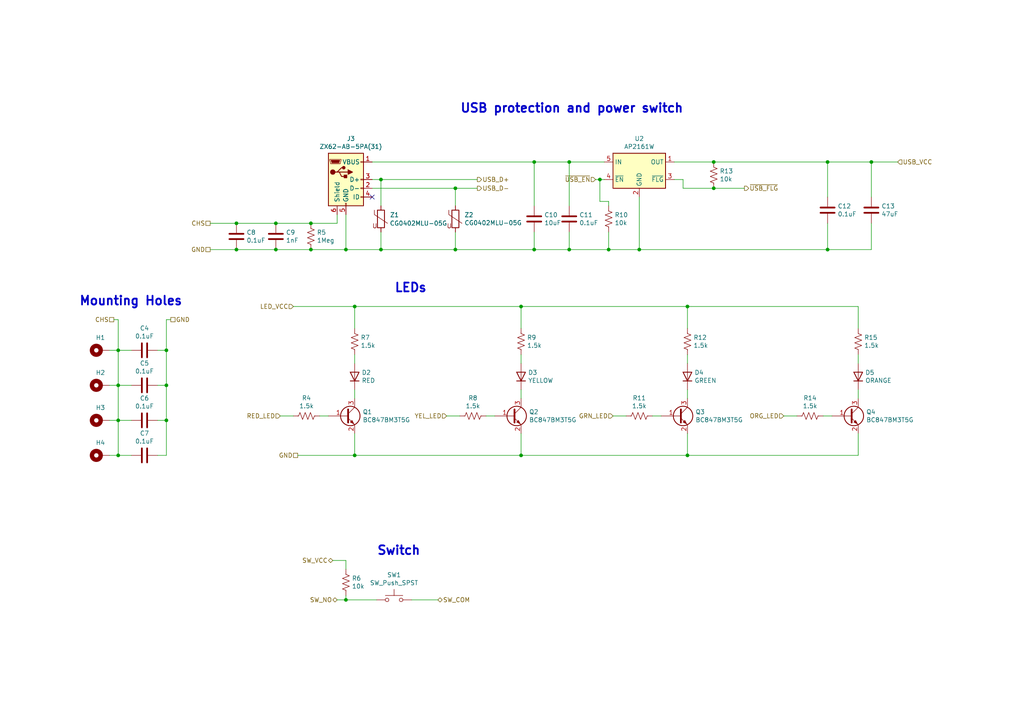
<source format=kicad_sch>
(kicad_sch (version 20211123) (generator eeschema)
  (paper "A4")
  (lib_symbols
    (symbol "Connector:USB_B_Micro" (pin_names (offset 1.016))
      (property "Reference" "J" (at -5.08 11.43 0))
      (property "Value" "USB_B_Micro" (at -5.08 8.89 0))
      (symbol "USB_B_Micro_0_1"
        (rectangle (start -5.08 -7.62) (end 5.08 7.62) (stroke (width 0.254)) (fill (type background)))
        (circle (center -3.81 2.159) (radius 0.635) (stroke (width 0.254)) (fill (type outline)))
        (circle (center -0.635 3.429) (radius 0.381) (stroke (width 0.254)) (fill (type outline)))
        (rectangle (start -0.127 -7.62) (end 0.127 -6.858))
        (polyline (pts (xy -1.905 2.159) (xy 0.635 2.159)) (stroke (width 0.254)))
        (polyline (pts (xy -3.175 2.159) (xy -2.54 2.159) (xy -1.27 3.429) (xy -0.635 3.429)) (stroke (width 0.254)))
        (polyline (pts (xy -2.54 2.159) (xy -1.905 2.159) (xy -1.27 0.889) (xy 0 0.889)) (stroke (width 0.254)))
        (polyline (pts (xy 0.635 2.794) (xy 0.635 1.524) (xy 1.905 2.159) (xy 0.635 2.794)) (stroke (width 0.254)) (fill (type outline)))
        (polyline (pts (xy -4.318 5.588) (xy -1.778 5.588) (xy -2.032 4.826) (xy -4.064 4.826) (xy -4.318 5.588)) (fill (type outline)))
        (polyline (pts (xy -4.699 5.842) (xy -4.699 5.588) (xy -4.445 4.826) (xy -4.445 4.572) (xy -1.651 4.572) (xy -1.651 4.826) (xy -1.397 5.588) (xy -1.397 5.842) (xy -4.699 5.842)))
        (rectangle (start 0.254 1.27) (end -0.508 0.508) (stroke (width 0.254)) (fill (type outline)))
        (rectangle (start 5.08 -5.207) (end 4.318 -4.953))
        (rectangle (start 5.08 -2.667) (end 4.318 -2.413))
        (rectangle (start 5.08 -0.127) (end 4.318 0.127))
        (rectangle (start 5.08 4.953) (end 4.318 5.207))
      )
      (symbol "USB_B_Micro_1_1"
        (pin power_out line (at 7.62 5.08 180) (length 2.54) (name "VBUS") (number "1"))
        (pin bidirectional line (at 7.62 -2.54 180) (length 2.54) (name "D-") (number "2"))
        (pin bidirectional line (at 7.62 0 180) (length 2.54) (name "D+") (number "3"))
        (pin passive line (at 7.62 -5.08 180) (length 2.54) (name "ID") (number "4"))
        (pin power_out line (at 0 -10.16 90) (length 2.54) (name "GND") (number "5"))
        (pin passive line (at -2.54 -10.16 90) (length 2.54) (name "Shield") (number "6"))
      )
    )
    (symbol "Device:C" (pin_numbers hide) (pin_names (offset 0.254))
      (property "Reference" "C" (at 0.635 2.54 0))
      (property "Value" "C" (at 0.635 -2.54 0))
      (symbol "C_0_1"
        (polyline (pts (xy -2.032 -0.762) (xy 2.032 -0.762)) (stroke (width 0.508)))
        (polyline (pts (xy -2.032 0.762) (xy 2.032 0.762)) (stroke (width 0.508)))
      )
      (symbol "C_1_1"
        (pin passive line (at 0 3.81 270) (length 2.794) (name "~") (number "1"))
        (pin passive line (at 0 -3.81 90) (length 2.794) (name "~") (number "2"))
      )
    )
    (symbol "Device:D" (pin_numbers hide) (pin_names (offset 1.016) hide)
      (property "Reference" "D" (at 0 2.54 0))
      (property "Value" "D" (at 0 -2.54 0))
      (symbol "D_0_1"
        (polyline (pts (xy -1.27 1.27) (xy -1.27 -1.27)) (stroke (width 0.254)))
        (polyline (pts (xy 1.27 0) (xy -1.27 0)))
        (polyline (pts (xy 1.27 1.27) (xy 1.27 -1.27) (xy -1.27 0) (xy 1.27 1.27)) (stroke (width 0.254)))
      )
      (symbol "D_1_1"
        (pin passive line (at -3.81 0 0) (length 2.54) (name "K") (number "1"))
        (pin passive line (at 3.81 0 180) (length 2.54) (name "A") (number "2"))
      )
    )
    (symbol "Device:Q_NPN_BEC" (pin_names (offset 0) hide)
      (property "Reference" "Q" (at 5.08 1.27 0))
      (property "Value" "Q_NPN_BEC" (at 5.08 -1.27 0))
      (symbol "Q_NPN_BEC_0_1"
        (polyline (pts (xy 0.635 0.635) (xy 2.54 2.54)))
        (polyline (pts (xy 0.635 -0.635) (xy 2.54 -2.54) (xy 2.54 -2.54)))
        (polyline (pts (xy 0.635 1.905) (xy 0.635 -1.905) (xy 0.635 -1.905)) (stroke (width 0.508)))
        (polyline (pts (xy 1.27 -1.778) (xy 1.778 -1.27) (xy 2.286 -2.286) (xy 1.27 -1.778) (xy 1.27 -1.778)) (fill (type outline)))
        (circle (center 1.27 0) (radius 2.8194) (stroke (width 0.254)))
      )
      (symbol "Q_NPN_BEC_1_1"
        (pin input line (at -5.08 0 0) (length 5.715) (name "B") (number "1"))
        (pin passive line (at 2.54 -5.08 90) (length 2.54) (name "E") (number "2"))
        (pin passive line (at 2.54 5.08 270) (length 2.54) (name "C") (number "3"))
      )
    )
    (symbol "Device:R_US" (pin_numbers hide) (pin_names (offset 0))
      (property "Reference" "R" (at 2.54 0 90))
      (property "Value" "R_US" (at -2.54 0 90))
      (symbol "R_US_0_1"
        (polyline (pts (xy 0 -2.286) (xy 0 -2.54)))
        (polyline (pts (xy 0 2.286) (xy 0 2.54)))
        (polyline (pts (xy 0 -0.762) (xy 1.016 -1.143) (xy 0 -1.524) (xy -1.016 -1.905) (xy 0 -2.286)))
        (polyline (pts (xy 0 0.762) (xy 1.016 0.381) (xy 0 0) (xy -1.016 -0.381) (xy 0 -0.762)))
        (polyline (pts (xy 0 2.286) (xy 1.016 1.905) (xy 0 1.524) (xy -1.016 1.143) (xy 0 0.762)))
      )
      (symbol "R_US_1_1"
        (pin passive line (at 0 3.81 270) (length 1.27) (name "~") (number "1"))
        (pin passive line (at 0 -3.81 90) (length 1.27) (name "~") (number "2"))
      )
    )
    (symbol "Device:Varistor" (pin_numbers hide) (pin_names (offset 0))
      (property "Reference" "RV" (at 3.175 0 90))
      (property "Value" "Varistor" (at -3.175 0 90))
      (symbol "Varistor_0_0"
        (text "U" (at -1.778 -2.032 0) (effects (font (size 1.27 1.27))))
      )
      (symbol "Varistor_0_1"
        (rectangle (start -1.016 -2.54) (end 1.016 2.54) (stroke (width 0.254)))
        (polyline (pts (xy -1.905 2.54) (xy -1.905 1.27) (xy 1.905 -1.27)))
      )
      (symbol "Varistor_1_1"
        (pin passive line (at 0 3.81 270) (length 1.27) (name "~") (number "1"))
        (pin passive line (at 0 -3.81 90) (length 1.27) (name "~") (number "2"))
      )
    )
    (symbol "Mechanical:MountingHole_Pad" (pin_numbers hide) (pin_names (offset 1.016) hide)
      (property "Reference" "H" (at 0 6.35 0))
      (property "Value" "MountingHole_Pad" (at 0 4.445 0))
      (symbol "MountingHole_Pad_0_1"
        (circle (center 0 1.27) (radius 1.27) (stroke (width 1.27)))
      )
      (symbol "MountingHole_Pad_1_1"
        (pin input line (at 0 -2.54 90) (length 2.54) (name "1") (number "1"))
      )
    )
    (symbol "Power_Management:AP2161W"
      (property "Reference" "U" (at -7.62 -6.35 0))
      (property "Value" "AP2161W" (at -7.62 6.35 0))
      (symbol "AP2161W_0_1"
        (rectangle (start -7.62 5.08) (end 7.62 -5.08) (stroke (width 0.254)) (fill (type background)))
      )
      (symbol "AP2161W_1_1"
        (pin power_out line (at 10.16 2.54 180) (length 2.54) (name "OUT") (number "1"))
        (pin power_in line (at 0 -7.62 90) (length 2.54) (name "GND") (number "2"))
        (pin open_collector line (at 10.16 -2.54 180) (length 2.54) (name "~{FLG}") (number "3"))
        (pin input line (at -10.16 -2.54 0) (length 2.54) (name "~{EN}") (number "4"))
        (pin power_in line (at -10.16 2.54 0) (length 2.54) (name "IN") (number "5"))
      )
    )
    (symbol "Switch:SW_Push" (pin_numbers hide) (pin_names (offset 1.016) hide)
      (property "Reference" "SW" (at 1.27 2.54 0))
      (property "Value" "SW_Push" (at 0 -1.524 0))
      (symbol "SW_Push_0_1"
        (circle (center -2.032 0) (radius 0.508))
        (polyline (pts (xy 0 1.27) (xy 0 3.048)))
        (polyline (pts (xy 2.54 1.27) (xy -2.54 1.27)))
        (circle (center 2.032 0) (radius 0.508))
        (pin passive line (at -5.08 0 0) (length 2.54) (name "1") (number "1"))
        (pin passive line (at 5.08 0 180) (length 2.54) (name "2") (number "2"))
      )
    )
  )
  (junction (at 34.29 132.08))
  (junction (at 102.87 132.08))
  (junction (at 80.01 64.77))
  (junction (at 100.33 173.99))
  (junction (at 185.42 72.39))
  (junction (at 68.58 72.39))
  (junction (at 207.01 54.61))
  (junction (at 110.49 72.39))
  (junction (at 48.26 111.76))
  (junction (at 199.39 132.08))
  (junction (at 252.73 46.99))
  (junction (at 34.29 111.76))
  (junction (at 151.13 88.9))
  (junction (at 132.08 72.39))
  (junction (at 34.29 121.92))
  (junction (at 165.1 46.99))
  (junction (at 176.53 72.39))
  (junction (at 132.08 54.61))
  (junction (at 102.87 88.9))
  (junction (at 240.03 46.99))
  (junction (at 90.17 72.39))
  (junction (at 240.03 72.39))
  (junction (at 199.39 88.9))
  (junction (at 48.26 101.6))
  (junction (at 154.94 46.99))
  (junction (at 173.99 52.07))
  (junction (at 68.58 64.77))
  (junction (at 34.29 101.6))
  (junction (at 110.49 52.07))
  (junction (at 151.13 132.08))
  (junction (at 90.17 64.77))
  (junction (at 80.01 72.39))
  (junction (at 165.1 72.39))
  (junction (at 48.26 121.92))
  (junction (at 207.01 46.99))
  (junction (at 154.94 72.39))
  (junction (at 100.33 72.39))
  (no_connect (at 107.95 57.15))
  (wire (pts (xy 48.26 111.76) (xy 48.26 121.92)))
  (wire (pts (xy 102.87 88.9) (xy 102.87 95.25)))
  (wire (pts (xy 34.29 101.6) (xy 31.75 101.6)))
  (wire (pts (xy 240.03 64.77) (xy 240.03 72.39)))
  (wire (pts (xy 100.33 172.72) (xy 100.33 173.99)))
  (wire (pts (xy 165.1 67.31) (xy 165.1 72.39)))
  (wire (pts (xy 151.13 88.9) (xy 151.13 95.25)))
  (wire (pts (xy 151.13 102.87) (xy 151.13 105.41)))
  (wire (pts (xy 252.73 72.39) (xy 252.73 64.77)))
  (wire (pts (xy 154.94 72.39) (xy 165.1 72.39)))
  (wire (pts (xy 154.94 59.69) (xy 154.94 46.99)))
  (wire (pts (xy 38.1 101.6) (xy 34.29 101.6)))
  (wire (pts (xy 240.03 72.39) (xy 252.73 72.39)))
  (wire (pts (xy 110.49 52.07) (xy 138.43 52.07)))
  (wire (pts (xy 110.49 52.07) (xy 110.49 59.69)))
  (wire (pts (xy 252.73 46.99) (xy 260.35 46.99)))
  (wire (pts (xy 48.26 121.92) (xy 48.26 132.08)))
  (wire (pts (xy 199.39 88.9) (xy 199.39 95.25)))
  (wire (pts (xy 198.12 52.07) (xy 195.58 52.07)))
  (wire (pts (xy 154.94 67.31) (xy 154.94 72.39)))
  (wire (pts (xy 176.53 72.39) (xy 185.42 72.39)))
  (wire (pts (xy 100.33 162.56) (xy 100.33 165.1)))
  (wire (pts (xy 199.39 88.9) (xy 248.92 88.9)))
  (wire (pts (xy 68.58 64.77) (xy 60.96 64.77)))
  (wire (pts (xy 102.87 132.08) (xy 151.13 132.08)))
  (wire (pts (xy 107.95 54.61) (xy 132.08 54.61)))
  (wire (pts (xy 207.01 46.99) (xy 240.03 46.99)))
  (wire (pts (xy 110.49 67.31) (xy 110.49 72.39)))
  (wire (pts (xy 172.72 52.07) (xy 173.99 52.07)))
  (wire (pts (xy 165.1 46.99) (xy 165.1 59.69)))
  (wire (pts (xy 34.29 92.71) (xy 34.29 101.6)))
  (wire (pts (xy 240.03 46.99) (xy 240.03 57.15)))
  (wire (pts (xy 199.39 102.87) (xy 199.39 105.41)))
  (wire (pts (xy 173.99 52.07) (xy 175.26 52.07)))
  (wire (pts (xy 97.79 173.99) (xy 100.33 173.99)))
  (wire (pts (xy 241.3 120.65) (xy 238.76 120.65)))
  (wire (pts (xy 176.53 58.42) (xy 176.53 59.69)))
  (wire (pts (xy 151.13 88.9) (xy 199.39 88.9)))
  (wire (pts (xy 100.33 62.23) (xy 100.33 72.39)))
  (wire (pts (xy 100.33 72.39) (xy 90.17 72.39)))
  (wire (pts (xy 97.79 62.23) (xy 97.79 64.77)))
  (wire (pts (xy 34.29 121.92) (xy 34.29 132.08)))
  (wire (pts (xy 48.26 101.6) (xy 48.26 111.76)))
  (wire (pts (xy 107.95 52.07) (xy 110.49 52.07)))
  (wire (pts (xy 151.13 132.08) (xy 151.13 125.73)))
  (wire (pts (xy 151.13 113.03) (xy 151.13 115.57)))
  (wire (pts (xy 107.95 46.99) (xy 154.94 46.99)))
  (wire (pts (xy 248.92 132.08) (xy 248.92 125.73)))
  (wire (pts (xy 127 173.99) (xy 119.38 173.99)))
  (wire (pts (xy 143.51 120.65) (xy 140.97 120.65)))
  (wire (pts (xy 215.9 54.61) (xy 207.01 54.61)))
  (wire (pts (xy 198.12 54.61) (xy 198.12 52.07)))
  (wire (pts (xy 80.01 72.39) (xy 90.17 72.39)))
  (wire (pts (xy 207.01 46.99) (xy 195.58 46.99)))
  (wire (pts (xy 191.77 120.65) (xy 189.23 120.65)))
  (wire (pts (xy 102.87 113.03) (xy 102.87 115.57)))
  (wire (pts (xy 34.29 111.76) (xy 34.29 121.92)))
  (wire (pts (xy 80.01 72.39) (xy 68.58 72.39)))
  (wire (pts (xy 199.39 132.08) (xy 199.39 125.73)))
  (wire (pts (xy 80.01 64.77) (xy 68.58 64.77)))
  (wire (pts (xy 68.58 72.39) (xy 60.96 72.39)))
  (wire (pts (xy 110.49 72.39) (xy 100.33 72.39)))
  (wire (pts (xy 102.87 102.87) (xy 102.87 105.41)))
  (wire (pts (xy 95.25 120.65) (xy 92.71 120.65)))
  (wire (pts (xy 102.87 88.9) (xy 151.13 88.9)))
  (wire (pts (xy 97.79 64.77) (xy 90.17 64.77)))
  (wire (pts (xy 248.92 113.03) (xy 248.92 115.57)))
  (wire (pts (xy 48.26 92.71) (xy 49.53 92.71)))
  (wire (pts (xy 38.1 121.92) (xy 34.29 121.92)))
  (wire (pts (xy 248.92 102.87) (xy 248.92 105.41)))
  (wire (pts (xy 45.72 111.76) (xy 48.26 111.76)))
  (wire (pts (xy 199.39 132.08) (xy 248.92 132.08)))
  (wire (pts (xy 34.29 111.76) (xy 38.1 111.76)))
  (wire (pts (xy 86.36 132.08) (xy 102.87 132.08)))
  (wire (pts (xy 85.09 120.65) (xy 81.28 120.65)))
  (wire (pts (xy 110.49 72.39) (xy 132.08 72.39)))
  (wire (pts (xy 133.35 120.65) (xy 129.54 120.65)))
  (wire (pts (xy 185.42 72.39) (xy 240.03 72.39)))
  (wire (pts (xy 154.94 46.99) (xy 165.1 46.99)))
  (wire (pts (xy 31.75 121.92) (xy 34.29 121.92)))
  (wire (pts (xy 165.1 46.99) (xy 175.26 46.99)))
  (wire (pts (xy 199.39 113.03) (xy 199.39 115.57)))
  (wire (pts (xy 176.53 67.31) (xy 176.53 72.39)))
  (wire (pts (xy 48.26 101.6) (xy 48.26 92.71)))
  (wire (pts (xy 31.75 111.76) (xy 34.29 111.76)))
  (wire (pts (xy 33.02 92.71) (xy 34.29 92.71)))
  (wire (pts (xy 173.99 52.07) (xy 173.99 58.42)))
  (wire (pts (xy 248.92 88.9) (xy 248.92 95.25)))
  (wire (pts (xy 132.08 72.39) (xy 154.94 72.39)))
  (wire (pts (xy 231.14 120.65) (xy 227.33 120.65)))
  (wire (pts (xy 34.29 132.08) (xy 31.75 132.08)))
  (wire (pts (xy 132.08 54.61) (xy 138.43 54.61)))
  (wire (pts (xy 96.52 162.56) (xy 100.33 162.56)))
  (wire (pts (xy 173.99 58.42) (xy 176.53 58.42)))
  (wire (pts (xy 185.42 57.15) (xy 185.42 72.39)))
  (wire (pts (xy 80.01 64.77) (xy 90.17 64.77)))
  (wire (pts (xy 181.61 120.65) (xy 177.8 120.65)))
  (wire (pts (xy 132.08 54.61) (xy 132.08 59.69)))
  (wire (pts (xy 102.87 132.08) (xy 102.87 125.73)))
  (wire (pts (xy 45.72 101.6) (xy 48.26 101.6)))
  (wire (pts (xy 34.29 101.6) (xy 34.29 111.76)))
  (wire (pts (xy 34.29 132.08) (xy 38.1 132.08)))
  (wire (pts (xy 100.33 173.99) (xy 109.22 173.99)))
  (wire (pts (xy 48.26 132.08) (xy 45.72 132.08)))
  (wire (pts (xy 132.08 72.39) (xy 132.08 67.31)))
  (wire (pts (xy 85.09 88.9) (xy 102.87 88.9)))
  (wire (pts (xy 252.73 46.99) (xy 252.73 57.15)))
  (wire (pts (xy 165.1 72.39) (xy 176.53 72.39)))
  (wire (pts (xy 240.03 46.99) (xy 252.73 46.99)))
  (wire (pts (xy 45.72 121.92) (xy 48.26 121.92)))
  (wire (pts (xy 207.01 54.61) (xy 198.12 54.61)))
  (wire (pts (xy 151.13 132.08) (xy 199.39 132.08)))
  (text "Switch" (at 109.22 161.29 0) (effects (font (size 2.54 2.54) (thickness 0.508) bold) (justify left bottom)))
  (text "Mounting Holes" (at 22.86 88.9 0) (effects (font (size 2.54 2.54) (thickness 0.508) bold) (justify left bottom)))
  (text "USB protection and power switch" (at 133.35 33.02 0) (effects (font (size 2.54 2.54) (thickness 0.508) bold) (justify left bottom)))
  (text "do we even need power thru usb?\nusb data transmission only needs a common ground" (at 12.7 -7.62 0) (effects (font (size 2.54 2.54) (thickness 0.508) bold italic) (justify left bottom)))
  (text "LEDs" (at 114.3 85.09 0) (effects (font (size 2.54 2.54) (thickness 0.508) bold) (justify left bottom)))
  (hierarchical_label "SW_COM" (shape bidirectional) (at 127 173.99 0))
  (hierarchical_label "ORG_LED" (shape input) (at 227.33 120.65 180))
  (hierarchical_label "SW_NO" (shape bidirectional) (at 97.79 173.99 180))
  (hierarchical_label "CHS" (shape passive) (at 33.02 92.71 180))
  (hierarchical_label "GND" (shape passive) (at 60.96 72.39 180))
  (hierarchical_label "USB_VCC" (shape input) (at 260.35 46.99 0))
  (hierarchical_label "USB_D-" (shape output) (at 138.43 54.61 0))
  (hierarchical_label "SW_VCC" (shape bidirectional) (at 96.52 162.56 180))
  (hierarchical_label "YEL_LED" (shape input) (at 129.54 120.65 180))
  (hierarchical_label "CHS" (shape passive) (at 60.96 64.77 180))
  (hierarchical_label "GND" (shape passive) (at 49.53 92.71 0))
  (hierarchical_label "RED_LED" (shape input) (at 81.28 120.65 180))
  (hierarchical_label "USB_D+" (shape output) (at 138.43 52.07 0))
  (hierarchical_label "GRN_LED" (shape input) (at 177.8 120.65 180))
  (hierarchical_label "LED_VCC" (shape input) (at 85.09 88.9 180))
  (hierarchical_label "~{USB_EN}" (shape input) (at 172.72 52.07 180))
  (hierarchical_label "GND" (shape passive) (at 86.36 132.08 180))
  (hierarchical_label "~{USB_FLG}" (shape output) (at 215.9 54.61 0))
  (symbol (lib_id "Device:R_US") (at 176.53 63.5 0) (unit 1)
    (property "Reference" "R10" (at 178.2572 62.3316 0) (effects (justify left)))
    (property "Value" "10k" (at 178.2572 64.643 0) (effects (justify left)))
    (property "Footprint" "Resistor_SMD:R_0402_1005Metric" (effects hide))
  )
  (symbol (lib_id "Connector:USB_B_Micro") (at 100.33 52.07 0) (unit 1)
    (property "Reference" "J3" (at 101.7778 40.2082 0))
    (property "Value" "ZX62-AB-5PA(31)" (at 101.7778 42.5196 0))
    (property "Footprint" "SLI-Backplane-Blank-Card-KiCad:ZX62-AB-5PA(31)" (effects hide))
  )
  (symbol (lib_id "Device:R_US") (at 90.17 68.58 0) (unit 1)
    (property "Reference" "R5" (at 91.8972 67.4116 0) (effects (justify left)))
    (property "Value" "1Meg" (at 91.8972 69.723 0) (effects (justify left)))
    (property "Footprint" "Resistor_SMD:R_0402_1005Metric" (effects hide))
  )
  (symbol (lib_id "Device:C") (at 80.01 68.58 0) (unit 1)
    (property "Reference" "C9" (at 82.931 67.4116 0) (effects (justify left)))
    (property "Value" "1nF" (at 82.931 69.723 0) (effects (justify left)))
    (property "Footprint" "Capacitor_SMD:C_0402_1005Metric" (effects hide))
  )
  (symbol (lib_id "Device:C") (at 68.58 68.58 0) (unit 1)
    (property "Reference" "C8" (at 71.501 67.4116 0) (effects (justify left)))
    (property "Value" "0.1uF" (at 71.501 69.723 0) (effects (justify left)))
    (property "Footprint" "Capacitor_SMD:C_0402_1005Metric" (effects hide))
  )
  (symbol (lib_id "Device:Varistor") (at 110.49 63.5 0) (unit 1)
    (property "Reference" "Z1" (at 113.1062 62.3316 0) (effects (justify left)))
    (property "Value" "CG0402MLU-05G" (at 113.03 64.77 0) (effects (justify left)))
    (property "Footprint" "Capacitor_SMD:C_0402_1005Metric" (effects hide))
  )
  (symbol (lib_id "Device:Varistor") (at 132.08 63.5 0) (unit 1)
    (property "Reference" "Z2" (at 134.6962 62.3316 0) (effects (justify left)))
    (property "Value" "CG0402MLU-05G" (at 134.6962 64.643 0) (effects (justify left)))
    (property "Footprint" "Capacitor_SMD:C_0402_1005Metric" (effects hide))
    (property "Datasheet" "CG0402MLU-05G" (effects hide))
  )
  (symbol (lib_id "Power_Management:AP2161W") (at 185.42 49.53 0) (unit 1)
    (property "Reference" "U2" (at 185.42 40.2082 0))
    (property "Value" "AP2161W" (at 185.42 42.5196 0))
    (property "Footprint" "Package_TO_SOT_SMD:SOT-23-5" (effects hide))
    (property "Datasheet" "https://www.diodes.com/assets/Datasheets/AP2161.pdf" (effects hide))
  )
  (symbol (lib_id "Device:R_US") (at 207.01 50.8 0) (unit 1)
    (property "Reference" "R13" (at 208.7372 49.6316 0) (effects (justify left)))
    (property "Value" "10k" (at 208.7372 51.943 0) (effects (justify left)))
    (property "Footprint" "Resistor_SMD:R_0402_1005Metric" (effects hide))
  )
  (symbol (lib_id "Device:C") (at 240.03 60.96 0) (unit 1)
    (property "Reference" "C12" (at 242.951 59.7916 0) (effects (justify left)))
    (property "Value" "0.1uF" (at 242.951 62.103 0) (effects (justify left)))
    (property "Footprint" "Capacitor_SMD:C_0402_1005Metric" (effects hide))
  )
  (symbol (lib_id "Device:R_US") (at 102.87 99.06 0) (unit 1)
    (property "Reference" "R7" (at 104.5972 97.8916 0) (effects (justify left)))
    (property "Value" "1.5k" (at 104.5972 100.203 0) (effects (justify left)))
    (property "Footprint" "Resistor_SMD:R_0402_1005Metric" (effects hide))
  )
  (symbol (lib_id "Device:D") (at 102.87 109.22 90) (unit 1)
    (property "Reference" "D2" (at 104.902 108.0516 90) (effects (justify right)))
    (property "Value" "RED" (at 104.902 110.363 90) (effects (justify right)))
    (property "Footprint" "SLI-Backplane-Blank-Card-KiCad:APA2107x" (effects hide))
    (property "Datasheet" "APA2107LSECK/J3-PRV" (effects hide))
  )
  (symbol (lib_id "Device:Q_NPN_BEC") (at 100.33 120.65 0) (unit 1)
    (property "Reference" "Q1" (at 105.1814 119.4816 0) (effects (justify left)))
    (property "Value" "BC847BM3T5G" (at 105.1814 121.793 0) (effects (justify left)))
    (property "Footprint" "Package_TO_SOT_SMD:SOT-723" (effects hide))
  )
  (symbol (lib_id "Device:R_US") (at 88.9 120.65 270) (unit 1)
    (property "Reference" "R4" (at 88.9 115.443 90))
    (property "Value" "1.5k" (at 88.9 117.7544 90))
    (property "Footprint" "Resistor_SMD:R_0402_1005Metric" (effects hide))
  )
  (symbol (lib_id "Device:R_US") (at 151.13 99.06 0) (unit 1)
    (property "Reference" "R9" (at 152.8572 97.8916 0) (effects (justify left)))
    (property "Value" "1.5k" (at 152.8572 100.203 0) (effects (justify left)))
    (property "Footprint" "Resistor_SMD:R_0402_1005Metric" (effects hide))
  )
  (symbol (lib_id "Device:D") (at 151.13 109.22 90) (unit 1)
    (property "Reference" "D3" (at 153.162 108.0516 90) (effects (justify right)))
    (property "Value" "YELLOW" (at 153.162 110.363 90) (effects (justify right)))
    (property "Footprint" "SLI-Backplane-Blank-Card-KiCad:APA2107x" (effects hide))
    (property "Datasheet" "APA2107SYCK/J3-PRV" (effects hide))
  )
  (symbol (lib_id "Device:R_US") (at 137.16 120.65 270) (unit 1)
    (property "Reference" "R8" (at 137.16 115.443 90))
    (property "Value" "1.5k" (at 137.16 117.7544 90))
    (property "Footprint" "Resistor_SMD:R_0402_1005Metric" (effects hide))
  )
  (symbol (lib_id "Device:R_US") (at 199.39 99.06 0) (unit 1)
    (property "Reference" "R12" (at 201.1172 97.8916 0) (effects (justify left)))
    (property "Value" "1.5k" (at 201.1172 100.203 0) (effects (justify left)))
    (property "Footprint" "Resistor_SMD:R_0402_1005Metric" (effects hide))
  )
  (symbol (lib_id "Device:D") (at 199.39 109.22 90) (unit 1)
    (property "Reference" "D4" (at 201.422 108.0516 90) (effects (justify right)))
    (property "Value" "GREEN" (at 201.422 110.363 90) (effects (justify right)))
    (property "Footprint" "SLI-Backplane-Blank-Card-KiCad:APA2107x" (effects hide))
    (property "Datasheet" "APA2107CGCK" (effects hide))
  )
  (symbol (lib_id "Device:R_US") (at 185.42 120.65 270) (unit 1)
    (property "Reference" "R11" (at 185.42 115.443 90))
    (property "Value" "1.5k" (at 185.42 117.7544 90))
    (property "Footprint" "Resistor_SMD:R_0402_1005Metric" (effects hide))
  )
  (symbol (lib_id "Device:R_US") (at 248.92 99.06 0) (unit 1)
    (property "Reference" "R15" (at 250.6472 97.8916 0) (effects (justify left)))
    (property "Value" "1.5k" (at 250.6472 100.203 0) (effects (justify left)))
    (property "Footprint" "Resistor_SMD:R_0402_1005Metric" (effects hide))
  )
  (symbol (lib_id "Device:D") (at 248.92 109.22 90) (unit 1)
    (property "Reference" "D5" (at 250.952 108.0516 90) (effects (justify right)))
    (property "Value" "ORANGE" (at 250.952 110.363 90) (effects (justify right)))
    (property "Footprint" "SLI-Backplane-Blank-Card-KiCad:APA2107x" (effects hide))
    (property "Datasheet" "APA2107SECK/J4-PRV" (effects hide))
  )
  (symbol (lib_id "Device:R_US") (at 234.95 120.65 270) (unit 1)
    (property "Reference" "R14" (at 234.95 115.443 90))
    (property "Value" "1.5k" (at 234.95 117.7544 90))
    (property "Footprint" "Resistor_SMD:R_0402_1005Metric" (effects hide))
  )
  (symbol (lib_id "Device:Q_NPN_BEC") (at 148.59 120.65 0) (unit 1)
    (property "Reference" "Q2" (at 153.4414 119.4816 0) (effects (justify left)))
    (property "Value" "BC847BM3T5G" (at 153.4414 121.793 0) (effects (justify left)))
    (property "Footprint" "Package_TO_SOT_SMD:SOT-723" (effects hide))
  )
  (symbol (lib_id "Device:Q_NPN_BEC") (at 196.85 120.65 0) (unit 1)
    (property "Reference" "Q3" (at 201.7014 119.4816 0) (effects (justify left)))
    (property "Value" "BC847BM3T5G" (at 201.7014 121.793 0) (effects (justify left)))
    (property "Footprint" "Package_TO_SOT_SMD:SOT-723" (effects hide))
  )
  (symbol (lib_id "Device:Q_NPN_BEC") (at 246.38 120.65 0) (unit 1)
    (property "Reference" "Q4" (at 251.2314 119.4816 0) (effects (justify left)))
    (property "Value" "BC847BM3T5G" (at 251.2314 121.793 0) (effects (justify left)))
    (property "Footprint" "Package_TO_SOT_SMD:SOT-723" (effects hide))
  )
  (symbol (lib_id "Mechanical:MountingHole_Pad") (at 29.21 101.6 90) (unit 1)
    (property "Reference" "H1" (at 29.1338 97.917 90))
    (property "Value" "SLI-Backplane-Blank-Card-KiCad:125mil_hole" (effects hide))
    (property "Footprint" "SLI-Backplane-Blank-Card-KiCad:125mil_hole" (effects hide))
  )
  (symbol (lib_id "Mechanical:MountingHole_Pad") (at 29.21 111.76 90) (unit 1)
    (property "Reference" "H2" (at 29.1338 108.077 90))
    (property "Value" "SLI-Backplane-Blank-Card-KiCad:125mil_hole" (effects hide))
    (property "Footprint" "SLI-Backplane-Blank-Card-KiCad:125mil_hole" (effects hide))
  )
  (symbol (lib_id "Mechanical:MountingHole_Pad") (at 29.21 121.92 90) (unit 1)
    (property "Reference" "H3" (at 29.1338 118.237 90))
    (property "Value" "SLI-Backplane-Blank-Card-KiCad:125mil_hole" (effects hide))
    (property "Footprint" "SLI-Backplane-Blank-Card-KiCad:125mil_hole" (effects hide))
  )
  (symbol (lib_id "Mechanical:MountingHole_Pad") (at 29.21 132.08 90) (unit 1)
    (property "Reference" "H4" (at 29.1338 128.397 90))
    (property "Value" "SLI-Backplane-Blank-Card-KiCad:125mil_hole" (effects hide))
    (property "Footprint" "SLI-Backplane-Blank-Card-KiCad:125mil_hole" (effects hide))
  )
  (symbol (lib_id "Device:C") (at 252.73 60.96 0) (unit 1)
    (property "Reference" "C13" (at 255.651 59.7916 0) (effects (justify left)))
    (property "Value" "47uF" (at 255.651 62.103 0) (effects (justify left)))
    (property "Footprint" "Capacitor_SMD:C_1206_3216Metric" (effects hide))
    (property "Datasheet" "GRT31CR61A476KE13L" (effects hide))
  )
  (symbol (lib_id "Device:R_US") (at 100.33 168.91 0) (unit 1)
    (property "Reference" "R6" (at 102.0572 167.7416 0) (effects (justify left)))
    (property "Value" "10k" (at 102.0572 170.053 0) (effects (justify left)))
    (property "Footprint" "Resistor_SMD:R_0402_1005Metric" (effects hide))
  )
  (symbol (lib_id "Device:C") (at 41.91 101.6 270) (unit 1)
    (property "Reference" "C4" (at 41.91 95.1992 90))
    (property "Value" "0.1uF" (at 41.91 97.5106 90))
    (property "Footprint" "Capacitor_SMD:C_0402_1005Metric" (effects hide))
  )
  (symbol (lib_id "Device:C") (at 41.91 111.76 270) (unit 1)
    (property "Reference" "C5" (at 41.91 105.3592 90))
    (property "Value" "0.1uF" (at 41.91 107.6706 90))
    (property "Footprint" "Capacitor_SMD:C_0402_1005Metric" (effects hide))
  )
  (symbol (lib_id "Device:C") (at 41.91 121.92 270) (unit 1)
    (property "Reference" "C6" (at 41.91 115.5192 90))
    (property "Value" "0.1uF" (at 41.91 117.8306 90))
    (property "Footprint" "Capacitor_SMD:C_0402_1005Metric" (effects hide))
  )
  (symbol (lib_id "Device:C") (at 41.91 132.08 270) (unit 1)
    (property "Reference" "C7" (at 41.91 125.6792 90))
    (property "Value" "0.1uF" (at 41.91 127.9906 90))
    (property "Footprint" "Capacitor_SMD:C_0402_1005Metric" (effects hide))
  )
  (symbol (lib_id "Device:C") (at 154.94 63.5 0) (unit 1)
    (property "Reference" "C10" (at 157.861 62.3316 0) (effects (justify left)))
    (property "Value" "10uF" (at 157.861 64.643 0) (effects (justify left)))
    (property "Footprint" "Capacitor_SMD:C_0603_1608Metric" (effects hide))
  )
  (symbol (lib_id "Device:C") (at 165.1 63.5 0) (unit 1)
    (property "Reference" "C11" (at 168.021 62.3316 0) (effects (justify left)))
    (property "Value" "0.1uF" (at 168.021 64.643 0) (effects (justify left)))
    (property "Footprint" "Capacitor_SMD:C_0402_1005Metric" (effects hide))
  )
  (symbol (lib_id "Switch:SW_Push") (at 114.3 173.99 0) (unit 1)
    (property "Reference" "SW1" (at 114.3 166.751 0))
    (property "Value" "SW_Push_SPST" (at 114.3 169.0624 0))
    (property "Footprint" "SLI-Backplane-Blank-Card-KiCad:EVQP7C01P" (effects hide))
    (property "Datasheet" "EVQP7C01P" (effects hide))
  )
)
</source>
